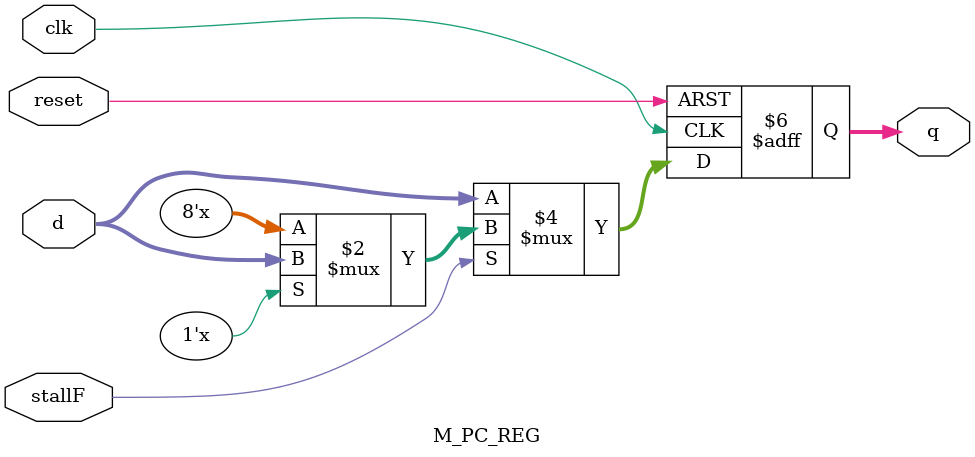
<source format=v>
module M_PC_REG #(
    parameter WIDTH = 8
)(
    input stallF,
    input clk, reset,
    input[WIDTH-1:0] d,
    output reg[WIDTH-1:0] q);

    always@(posedge clk, posedge reset)
    if (reset) 
        q <= 0;
    else begin
        case(stallF)
            1'b0 : q<=d;
            1'bx : q<=d;
        endcase
    end

endmodule
</source>
